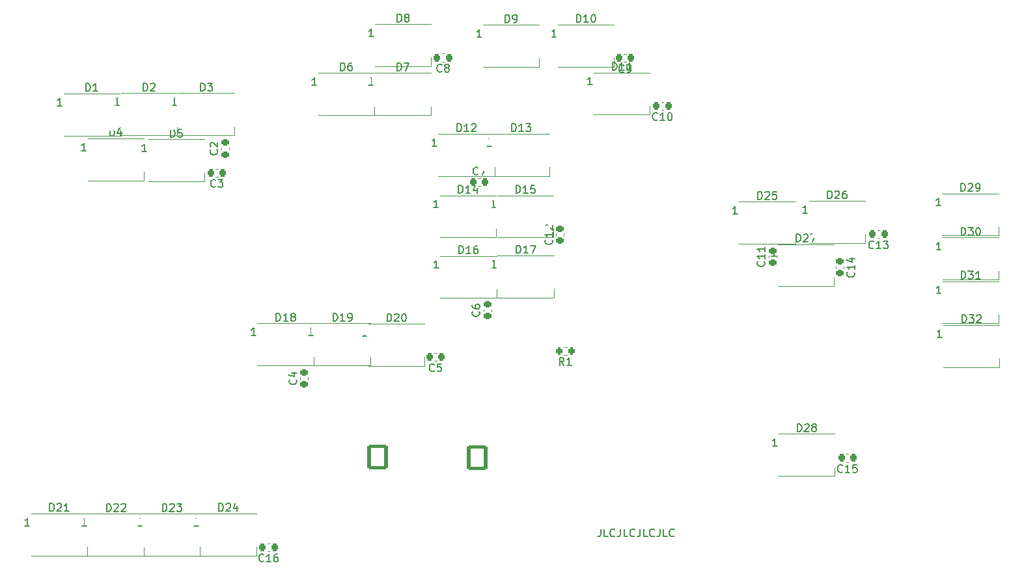
<source format=gbr>
%TF.GenerationSoftware,KiCad,Pcbnew,(6.0.9)*%
%TF.CreationDate,2023-01-06T21:02:48-09:00*%
%TF.ProjectId,FUEL PANEL,4655454c-2050-4414-9e45-4c2e6b696361,rev?*%
%TF.SameCoordinates,Original*%
%TF.FileFunction,Legend,Top*%
%TF.FilePolarity,Positive*%
%FSLAX46Y46*%
G04 Gerber Fmt 4.6, Leading zero omitted, Abs format (unit mm)*
G04 Created by KiCad (PCBNEW (6.0.9)) date 2023-01-06 21:02:48*
%MOMM*%
%LPD*%
G01*
G04 APERTURE LIST*
G04 Aperture macros list*
%AMRoundRect*
0 Rectangle with rounded corners*
0 $1 Rounding radius*
0 $2 $3 $4 $5 $6 $7 $8 $9 X,Y pos of 4 corners*
0 Add a 4 corners polygon primitive as box body*
4,1,4,$2,$3,$4,$5,$6,$7,$8,$9,$2,$3,0*
0 Add four circle primitives for the rounded corners*
1,1,$1+$1,$2,$3*
1,1,$1+$1,$4,$5*
1,1,$1+$1,$6,$7*
1,1,$1+$1,$8,$9*
0 Add four rect primitives between the rounded corners*
20,1,$1+$1,$2,$3,$4,$5,0*
20,1,$1+$1,$4,$5,$6,$7,0*
20,1,$1+$1,$6,$7,$8,$9,0*
20,1,$1+$1,$8,$9,$2,$3,0*%
G04 Aperture macros list end*
%ADD10C,0.150000*%
%ADD11C,0.120000*%
%ADD12R,1.500000X0.900000*%
%ADD13RoundRect,0.200000X0.200000X0.275000X-0.200000X0.275000X-0.200000X-0.275000X0.200000X-0.275000X0*%
%ADD14RoundRect,0.225000X0.250000X-0.225000X0.250000X0.225000X-0.250000X0.225000X-0.250000X-0.225000X0*%
%ADD15RoundRect,0.225000X0.225000X0.250000X-0.225000X0.250000X-0.225000X-0.250000X0.225000X-0.250000X0*%
%ADD16RoundRect,0.225000X-0.225000X-0.250000X0.225000X-0.250000X0.225000X0.250000X-0.225000X0.250000X0*%
%ADD17RoundRect,0.225000X-0.250000X0.225000X-0.250000X-0.225000X0.250000X-0.225000X0.250000X0.225000X0*%
%ADD18C,12.700000*%
%ADD19C,4.300000*%
%ADD20RoundRect,0.250001X-1.099999X-1.399999X1.099999X-1.399999X1.099999X1.399999X-1.099999X1.399999X0*%
%ADD21O,2.700000X3.300000*%
%ADD22R,1.800000X1.800000*%
%ADD23C,1.800000*%
G04 APERTURE END LIST*
D10*
X174870952Y-145012380D02*
X174870952Y-145726666D01*
X174823333Y-145869523D01*
X174728095Y-145964761D01*
X174585238Y-146012380D01*
X174490000Y-146012380D01*
X175823333Y-146012380D02*
X175347142Y-146012380D01*
X175347142Y-145012380D01*
X176728095Y-145917142D02*
X176680476Y-145964761D01*
X176537619Y-146012380D01*
X176442380Y-146012380D01*
X176299523Y-145964761D01*
X176204285Y-145869523D01*
X176156666Y-145774285D01*
X176109047Y-145583809D01*
X176109047Y-145440952D01*
X176156666Y-145250476D01*
X176204285Y-145155238D01*
X176299523Y-145060000D01*
X176442380Y-145012380D01*
X176537619Y-145012380D01*
X176680476Y-145060000D01*
X176728095Y-145107619D01*
X177442380Y-145012380D02*
X177442380Y-145726666D01*
X177394761Y-145869523D01*
X177299523Y-145964761D01*
X177156666Y-146012380D01*
X177061428Y-146012380D01*
X178394761Y-146012380D02*
X177918571Y-146012380D01*
X177918571Y-145012380D01*
X179299523Y-145917142D02*
X179251904Y-145964761D01*
X179109047Y-146012380D01*
X179013809Y-146012380D01*
X178870952Y-145964761D01*
X178775714Y-145869523D01*
X178728095Y-145774285D01*
X178680476Y-145583809D01*
X178680476Y-145440952D01*
X178728095Y-145250476D01*
X178775714Y-145155238D01*
X178870952Y-145060000D01*
X179013809Y-145012380D01*
X179109047Y-145012380D01*
X179251904Y-145060000D01*
X179299523Y-145107619D01*
X180013809Y-145012380D02*
X180013809Y-145726666D01*
X179966190Y-145869523D01*
X179870952Y-145964761D01*
X179728095Y-146012380D01*
X179632857Y-146012380D01*
X180966190Y-146012380D02*
X180490000Y-146012380D01*
X180490000Y-145012380D01*
X181870952Y-145917142D02*
X181823333Y-145964761D01*
X181680476Y-146012380D01*
X181585238Y-146012380D01*
X181442380Y-145964761D01*
X181347142Y-145869523D01*
X181299523Y-145774285D01*
X181251904Y-145583809D01*
X181251904Y-145440952D01*
X181299523Y-145250476D01*
X181347142Y-145155238D01*
X181442380Y-145060000D01*
X181585238Y-145012380D01*
X181680476Y-145012380D01*
X181823333Y-145060000D01*
X181870952Y-145107619D01*
X182585238Y-145012380D02*
X182585238Y-145726666D01*
X182537619Y-145869523D01*
X182442380Y-145964761D01*
X182299523Y-146012380D01*
X182204285Y-146012380D01*
X183537619Y-146012380D02*
X183061428Y-146012380D01*
X183061428Y-145012380D01*
X184442380Y-145917142D02*
X184394761Y-145964761D01*
X184251904Y-146012380D01*
X184156666Y-146012380D01*
X184013809Y-145964761D01*
X183918571Y-145869523D01*
X183870952Y-145774285D01*
X183823333Y-145583809D01*
X183823333Y-145440952D01*
X183870952Y-145250476D01*
X183918571Y-145155238D01*
X184013809Y-145060000D01*
X184156666Y-145012380D01*
X184251904Y-145012380D01*
X184394761Y-145060000D01*
X184442380Y-145107619D01*
%TO.C,D1*%
X107934904Y-87985980D02*
X107934904Y-86985980D01*
X108173000Y-86985980D01*
X108315857Y-87033600D01*
X108411095Y-87128838D01*
X108458714Y-87224076D01*
X108506333Y-87414552D01*
X108506333Y-87557409D01*
X108458714Y-87747885D01*
X108411095Y-87843123D01*
X108315857Y-87938361D01*
X108173000Y-87985980D01*
X107934904Y-87985980D01*
X109458714Y-87985980D02*
X108887285Y-87985980D01*
X109173000Y-87985980D02*
X109173000Y-86985980D01*
X109077761Y-87128838D01*
X108982523Y-87224076D01*
X108887285Y-87271695D01*
X104808714Y-89885980D02*
X104237285Y-89885980D01*
X104523000Y-89885980D02*
X104523000Y-88885980D01*
X104427761Y-89028838D01*
X104332523Y-89124076D01*
X104237285Y-89171695D01*
%TO.C,D2*%
X115401904Y-87960380D02*
X115401904Y-86960380D01*
X115640000Y-86960380D01*
X115782857Y-87008000D01*
X115878095Y-87103238D01*
X115925714Y-87198476D01*
X115973333Y-87388952D01*
X115973333Y-87531809D01*
X115925714Y-87722285D01*
X115878095Y-87817523D01*
X115782857Y-87912761D01*
X115640000Y-87960380D01*
X115401904Y-87960380D01*
X116354285Y-87055619D02*
X116401904Y-87008000D01*
X116497142Y-86960380D01*
X116735238Y-86960380D01*
X116830476Y-87008000D01*
X116878095Y-87055619D01*
X116925714Y-87150857D01*
X116925714Y-87246095D01*
X116878095Y-87388952D01*
X116306666Y-87960380D01*
X116925714Y-87960380D01*
X112275714Y-89860380D02*
X111704285Y-89860380D01*
X111990000Y-89860380D02*
X111990000Y-88860380D01*
X111894761Y-89003238D01*
X111799523Y-89098476D01*
X111704285Y-89146095D01*
%TO.C,D3*%
X122869904Y-87960780D02*
X122869904Y-86960780D01*
X123108000Y-86960780D01*
X123250857Y-87008400D01*
X123346095Y-87103638D01*
X123393714Y-87198876D01*
X123441333Y-87389352D01*
X123441333Y-87532209D01*
X123393714Y-87722685D01*
X123346095Y-87817923D01*
X123250857Y-87913161D01*
X123108000Y-87960780D01*
X122869904Y-87960780D01*
X123774666Y-86960780D02*
X124393714Y-86960780D01*
X124060380Y-87341733D01*
X124203238Y-87341733D01*
X124298476Y-87389352D01*
X124346095Y-87436971D01*
X124393714Y-87532209D01*
X124393714Y-87770304D01*
X124346095Y-87865542D01*
X124298476Y-87913161D01*
X124203238Y-87960780D01*
X123917523Y-87960780D01*
X123822285Y-87913161D01*
X123774666Y-87865542D01*
X119743714Y-89860780D02*
X119172285Y-89860780D01*
X119458000Y-89860780D02*
X119458000Y-88860780D01*
X119362761Y-89003638D01*
X119267523Y-89098876D01*
X119172285Y-89146495D01*
%TO.C,D4*%
X111083904Y-93853180D02*
X111083904Y-92853180D01*
X111322000Y-92853180D01*
X111464857Y-92900800D01*
X111560095Y-92996038D01*
X111607714Y-93091276D01*
X111655333Y-93281752D01*
X111655333Y-93424609D01*
X111607714Y-93615085D01*
X111560095Y-93710323D01*
X111464857Y-93805561D01*
X111322000Y-93853180D01*
X111083904Y-93853180D01*
X112512476Y-93186514D02*
X112512476Y-93853180D01*
X112274380Y-92805561D02*
X112036285Y-93519847D01*
X112655333Y-93519847D01*
X107957714Y-95753180D02*
X107386285Y-95753180D01*
X107672000Y-95753180D02*
X107672000Y-94753180D01*
X107576761Y-94896038D01*
X107481523Y-94991276D01*
X107386285Y-95038895D01*
%TO.C,D5*%
X118946904Y-93980380D02*
X118946904Y-92980380D01*
X119185000Y-92980380D01*
X119327857Y-93028000D01*
X119423095Y-93123238D01*
X119470714Y-93218476D01*
X119518333Y-93408952D01*
X119518333Y-93551809D01*
X119470714Y-93742285D01*
X119423095Y-93837523D01*
X119327857Y-93932761D01*
X119185000Y-93980380D01*
X118946904Y-93980380D01*
X120423095Y-92980380D02*
X119946904Y-92980380D01*
X119899285Y-93456571D01*
X119946904Y-93408952D01*
X120042142Y-93361333D01*
X120280238Y-93361333D01*
X120375476Y-93408952D01*
X120423095Y-93456571D01*
X120470714Y-93551809D01*
X120470714Y-93789904D01*
X120423095Y-93885142D01*
X120375476Y-93932761D01*
X120280238Y-93980380D01*
X120042142Y-93980380D01*
X119946904Y-93932761D01*
X119899285Y-93885142D01*
X115820714Y-95880380D02*
X115249285Y-95880380D01*
X115535000Y-95880380D02*
X115535000Y-94880380D01*
X115439761Y-95023238D01*
X115344523Y-95118476D01*
X115249285Y-95166095D01*
%TO.C,D6*%
X141055904Y-85319180D02*
X141055904Y-84319180D01*
X141294000Y-84319180D01*
X141436857Y-84366800D01*
X141532095Y-84462038D01*
X141579714Y-84557276D01*
X141627333Y-84747752D01*
X141627333Y-84890609D01*
X141579714Y-85081085D01*
X141532095Y-85176323D01*
X141436857Y-85271561D01*
X141294000Y-85319180D01*
X141055904Y-85319180D01*
X142484476Y-84319180D02*
X142294000Y-84319180D01*
X142198761Y-84366800D01*
X142151142Y-84414419D01*
X142055904Y-84557276D01*
X142008285Y-84747752D01*
X142008285Y-85128704D01*
X142055904Y-85223942D01*
X142103523Y-85271561D01*
X142198761Y-85319180D01*
X142389238Y-85319180D01*
X142484476Y-85271561D01*
X142532095Y-85223942D01*
X142579714Y-85128704D01*
X142579714Y-84890609D01*
X142532095Y-84795371D01*
X142484476Y-84747752D01*
X142389238Y-84700133D01*
X142198761Y-84700133D01*
X142103523Y-84747752D01*
X142055904Y-84795371D01*
X142008285Y-84890609D01*
X137929714Y-87219180D02*
X137358285Y-87219180D01*
X137644000Y-87219180D02*
X137644000Y-86219180D01*
X137548761Y-86362038D01*
X137453523Y-86457276D01*
X137358285Y-86504895D01*
%TO.C,D7*%
X148398904Y-85319180D02*
X148398904Y-84319180D01*
X148637000Y-84319180D01*
X148779857Y-84366800D01*
X148875095Y-84462038D01*
X148922714Y-84557276D01*
X148970333Y-84747752D01*
X148970333Y-84890609D01*
X148922714Y-85081085D01*
X148875095Y-85176323D01*
X148779857Y-85271561D01*
X148637000Y-85319180D01*
X148398904Y-85319180D01*
X149303666Y-84319180D02*
X149970333Y-84319180D01*
X149541761Y-85319180D01*
X145272714Y-87219180D02*
X144701285Y-87219180D01*
X144987000Y-87219180D02*
X144987000Y-86219180D01*
X144891761Y-86362038D01*
X144796523Y-86457276D01*
X144701285Y-86504895D01*
%TO.C,D8*%
X148449904Y-78968780D02*
X148449904Y-77968780D01*
X148688000Y-77968780D01*
X148830857Y-78016400D01*
X148926095Y-78111638D01*
X148973714Y-78206876D01*
X149021333Y-78397352D01*
X149021333Y-78540209D01*
X148973714Y-78730685D01*
X148926095Y-78825923D01*
X148830857Y-78921161D01*
X148688000Y-78968780D01*
X148449904Y-78968780D01*
X149592761Y-78397352D02*
X149497523Y-78349733D01*
X149449904Y-78302114D01*
X149402285Y-78206876D01*
X149402285Y-78159257D01*
X149449904Y-78064019D01*
X149497523Y-78016400D01*
X149592761Y-77968780D01*
X149783238Y-77968780D01*
X149878476Y-78016400D01*
X149926095Y-78064019D01*
X149973714Y-78159257D01*
X149973714Y-78206876D01*
X149926095Y-78302114D01*
X149878476Y-78349733D01*
X149783238Y-78397352D01*
X149592761Y-78397352D01*
X149497523Y-78444971D01*
X149449904Y-78492590D01*
X149402285Y-78587828D01*
X149402285Y-78778304D01*
X149449904Y-78873542D01*
X149497523Y-78921161D01*
X149592761Y-78968780D01*
X149783238Y-78968780D01*
X149878476Y-78921161D01*
X149926095Y-78873542D01*
X149973714Y-78778304D01*
X149973714Y-78587828D01*
X149926095Y-78492590D01*
X149878476Y-78444971D01*
X149783238Y-78397352D01*
X145323714Y-80868780D02*
X144752285Y-80868780D01*
X145038000Y-80868780D02*
X145038000Y-79868780D01*
X144942761Y-80011638D01*
X144847523Y-80106876D01*
X144752285Y-80154495D01*
%TO.C,D9*%
X162481904Y-79045180D02*
X162481904Y-78045180D01*
X162720000Y-78045180D01*
X162862857Y-78092800D01*
X162958095Y-78188038D01*
X163005714Y-78283276D01*
X163053333Y-78473752D01*
X163053333Y-78616609D01*
X163005714Y-78807085D01*
X162958095Y-78902323D01*
X162862857Y-78997561D01*
X162720000Y-79045180D01*
X162481904Y-79045180D01*
X163529523Y-79045180D02*
X163720000Y-79045180D01*
X163815238Y-78997561D01*
X163862857Y-78949942D01*
X163958095Y-78807085D01*
X164005714Y-78616609D01*
X164005714Y-78235657D01*
X163958095Y-78140419D01*
X163910476Y-78092800D01*
X163815238Y-78045180D01*
X163624761Y-78045180D01*
X163529523Y-78092800D01*
X163481904Y-78140419D01*
X163434285Y-78235657D01*
X163434285Y-78473752D01*
X163481904Y-78568990D01*
X163529523Y-78616609D01*
X163624761Y-78664228D01*
X163815238Y-78664228D01*
X163910476Y-78616609D01*
X163958095Y-78568990D01*
X164005714Y-78473752D01*
X159355714Y-80945180D02*
X158784285Y-80945180D01*
X159070000Y-80945180D02*
X159070000Y-79945180D01*
X158974761Y-80088038D01*
X158879523Y-80183276D01*
X158784285Y-80230895D01*
%TO.C,D10*%
X171747714Y-79019580D02*
X171747714Y-78019580D01*
X171985809Y-78019580D01*
X172128666Y-78067200D01*
X172223904Y-78162438D01*
X172271523Y-78257676D01*
X172319142Y-78448152D01*
X172319142Y-78591009D01*
X172271523Y-78781485D01*
X172223904Y-78876723D01*
X172128666Y-78971961D01*
X171985809Y-79019580D01*
X171747714Y-79019580D01*
X173271523Y-79019580D02*
X172700095Y-79019580D01*
X172985809Y-79019580D02*
X172985809Y-78019580D01*
X172890571Y-78162438D01*
X172795333Y-78257676D01*
X172700095Y-78305295D01*
X173890571Y-78019580D02*
X173985809Y-78019580D01*
X174081047Y-78067200D01*
X174128666Y-78114819D01*
X174176285Y-78210057D01*
X174223904Y-78400533D01*
X174223904Y-78638628D01*
X174176285Y-78829104D01*
X174128666Y-78924342D01*
X174081047Y-78971961D01*
X173985809Y-79019580D01*
X173890571Y-79019580D01*
X173795333Y-78971961D01*
X173747714Y-78924342D01*
X173700095Y-78829104D01*
X173652476Y-78638628D01*
X173652476Y-78400533D01*
X173700095Y-78210057D01*
X173747714Y-78114819D01*
X173795333Y-78067200D01*
X173890571Y-78019580D01*
X169097714Y-80919580D02*
X168526285Y-80919580D01*
X168812000Y-80919580D02*
X168812000Y-79919580D01*
X168716761Y-80062438D01*
X168621523Y-80157676D01*
X168526285Y-80205295D01*
%TO.C,D11*%
X176421714Y-85267980D02*
X176421714Y-84267980D01*
X176659809Y-84267980D01*
X176802666Y-84315600D01*
X176897904Y-84410838D01*
X176945523Y-84506076D01*
X176993142Y-84696552D01*
X176993142Y-84839409D01*
X176945523Y-85029885D01*
X176897904Y-85125123D01*
X176802666Y-85220361D01*
X176659809Y-85267980D01*
X176421714Y-85267980D01*
X177945523Y-85267980D02*
X177374095Y-85267980D01*
X177659809Y-85267980D02*
X177659809Y-84267980D01*
X177564571Y-84410838D01*
X177469333Y-84506076D01*
X177374095Y-84553695D01*
X178897904Y-85267980D02*
X178326476Y-85267980D01*
X178612190Y-85267980D02*
X178612190Y-84267980D01*
X178516952Y-84410838D01*
X178421714Y-84506076D01*
X178326476Y-84553695D01*
X173771714Y-87167980D02*
X173200285Y-87167980D01*
X173486000Y-87167980D02*
X173486000Y-86167980D01*
X173390761Y-86310838D01*
X173295523Y-86406076D01*
X173200285Y-86453695D01*
%TO.C,D12*%
X156203714Y-93243580D02*
X156203714Y-92243580D01*
X156441809Y-92243580D01*
X156584666Y-92291200D01*
X156679904Y-92386438D01*
X156727523Y-92481676D01*
X156775142Y-92672152D01*
X156775142Y-92815009D01*
X156727523Y-93005485D01*
X156679904Y-93100723D01*
X156584666Y-93195961D01*
X156441809Y-93243580D01*
X156203714Y-93243580D01*
X157727523Y-93243580D02*
X157156095Y-93243580D01*
X157441809Y-93243580D02*
X157441809Y-92243580D01*
X157346571Y-92386438D01*
X157251333Y-92481676D01*
X157156095Y-92529295D01*
X158108476Y-92338819D02*
X158156095Y-92291200D01*
X158251333Y-92243580D01*
X158489428Y-92243580D01*
X158584666Y-92291200D01*
X158632285Y-92338819D01*
X158679904Y-92434057D01*
X158679904Y-92529295D01*
X158632285Y-92672152D01*
X158060857Y-93243580D01*
X158679904Y-93243580D01*
X153553714Y-95143580D02*
X152982285Y-95143580D01*
X153268000Y-95143580D02*
X153268000Y-94143580D01*
X153172761Y-94286438D01*
X153077523Y-94381676D01*
X152982285Y-94429295D01*
%TO.C,D13*%
X163315714Y-93243580D02*
X163315714Y-92243580D01*
X163553809Y-92243580D01*
X163696666Y-92291200D01*
X163791904Y-92386438D01*
X163839523Y-92481676D01*
X163887142Y-92672152D01*
X163887142Y-92815009D01*
X163839523Y-93005485D01*
X163791904Y-93100723D01*
X163696666Y-93195961D01*
X163553809Y-93243580D01*
X163315714Y-93243580D01*
X164839523Y-93243580D02*
X164268095Y-93243580D01*
X164553809Y-93243580D02*
X164553809Y-92243580D01*
X164458571Y-92386438D01*
X164363333Y-92481676D01*
X164268095Y-92529295D01*
X165172857Y-92243580D02*
X165791904Y-92243580D01*
X165458571Y-92624533D01*
X165601428Y-92624533D01*
X165696666Y-92672152D01*
X165744285Y-92719771D01*
X165791904Y-92815009D01*
X165791904Y-93053104D01*
X165744285Y-93148342D01*
X165696666Y-93195961D01*
X165601428Y-93243580D01*
X165315714Y-93243580D01*
X165220476Y-93195961D01*
X165172857Y-93148342D01*
X160665714Y-95143580D02*
X160094285Y-95143580D01*
X160380000Y-95143580D02*
X160380000Y-94143580D01*
X160284761Y-94286438D01*
X160189523Y-94381676D01*
X160094285Y-94429295D01*
%TO.C,D14*%
X156406714Y-101270380D02*
X156406714Y-100270380D01*
X156644809Y-100270380D01*
X156787666Y-100318000D01*
X156882904Y-100413238D01*
X156930523Y-100508476D01*
X156978142Y-100698952D01*
X156978142Y-100841809D01*
X156930523Y-101032285D01*
X156882904Y-101127523D01*
X156787666Y-101222761D01*
X156644809Y-101270380D01*
X156406714Y-101270380D01*
X157930523Y-101270380D02*
X157359095Y-101270380D01*
X157644809Y-101270380D02*
X157644809Y-100270380D01*
X157549571Y-100413238D01*
X157454333Y-100508476D01*
X157359095Y-100556095D01*
X158787666Y-100603714D02*
X158787666Y-101270380D01*
X158549571Y-100222761D02*
X158311476Y-100937047D01*
X158930523Y-100937047D01*
X153756714Y-103170380D02*
X153185285Y-103170380D01*
X153471000Y-103170380D02*
X153471000Y-102170380D01*
X153375761Y-102313238D01*
X153280523Y-102408476D01*
X153185285Y-102456095D01*
%TO.C,D15*%
X163873714Y-101270380D02*
X163873714Y-100270380D01*
X164111809Y-100270380D01*
X164254666Y-100318000D01*
X164349904Y-100413238D01*
X164397523Y-100508476D01*
X164445142Y-100698952D01*
X164445142Y-100841809D01*
X164397523Y-101032285D01*
X164349904Y-101127523D01*
X164254666Y-101222761D01*
X164111809Y-101270380D01*
X163873714Y-101270380D01*
X165397523Y-101270380D02*
X164826095Y-101270380D01*
X165111809Y-101270380D02*
X165111809Y-100270380D01*
X165016571Y-100413238D01*
X164921333Y-100508476D01*
X164826095Y-100556095D01*
X166302285Y-100270380D02*
X165826095Y-100270380D01*
X165778476Y-100746571D01*
X165826095Y-100698952D01*
X165921333Y-100651333D01*
X166159428Y-100651333D01*
X166254666Y-100698952D01*
X166302285Y-100746571D01*
X166349904Y-100841809D01*
X166349904Y-101079904D01*
X166302285Y-101175142D01*
X166254666Y-101222761D01*
X166159428Y-101270380D01*
X165921333Y-101270380D01*
X165826095Y-101222761D01*
X165778476Y-101175142D01*
X161223714Y-103170380D02*
X160652285Y-103170380D01*
X160938000Y-103170380D02*
X160938000Y-102170380D01*
X160842761Y-102313238D01*
X160747523Y-102408476D01*
X160652285Y-102456095D01*
%TO.C,D16*%
X156457714Y-109144380D02*
X156457714Y-108144380D01*
X156695809Y-108144380D01*
X156838666Y-108192000D01*
X156933904Y-108287238D01*
X156981523Y-108382476D01*
X157029142Y-108572952D01*
X157029142Y-108715809D01*
X156981523Y-108906285D01*
X156933904Y-109001523D01*
X156838666Y-109096761D01*
X156695809Y-109144380D01*
X156457714Y-109144380D01*
X157981523Y-109144380D02*
X157410095Y-109144380D01*
X157695809Y-109144380D02*
X157695809Y-108144380D01*
X157600571Y-108287238D01*
X157505333Y-108382476D01*
X157410095Y-108430095D01*
X158838666Y-108144380D02*
X158648190Y-108144380D01*
X158552952Y-108192000D01*
X158505333Y-108239619D01*
X158410095Y-108382476D01*
X158362476Y-108572952D01*
X158362476Y-108953904D01*
X158410095Y-109049142D01*
X158457714Y-109096761D01*
X158552952Y-109144380D01*
X158743428Y-109144380D01*
X158838666Y-109096761D01*
X158886285Y-109049142D01*
X158933904Y-108953904D01*
X158933904Y-108715809D01*
X158886285Y-108620571D01*
X158838666Y-108572952D01*
X158743428Y-108525333D01*
X158552952Y-108525333D01*
X158457714Y-108572952D01*
X158410095Y-108620571D01*
X158362476Y-108715809D01*
X153807714Y-111044380D02*
X153236285Y-111044380D01*
X153522000Y-111044380D02*
X153522000Y-110044380D01*
X153426761Y-110187238D01*
X153331523Y-110282476D01*
X153236285Y-110330095D01*
%TO.C,D17*%
X163924714Y-109093380D02*
X163924714Y-108093380D01*
X164162809Y-108093380D01*
X164305666Y-108141000D01*
X164400904Y-108236238D01*
X164448523Y-108331476D01*
X164496142Y-108521952D01*
X164496142Y-108664809D01*
X164448523Y-108855285D01*
X164400904Y-108950523D01*
X164305666Y-109045761D01*
X164162809Y-109093380D01*
X163924714Y-109093380D01*
X165448523Y-109093380D02*
X164877095Y-109093380D01*
X165162809Y-109093380D02*
X165162809Y-108093380D01*
X165067571Y-108236238D01*
X164972333Y-108331476D01*
X164877095Y-108379095D01*
X165781857Y-108093380D02*
X166448523Y-108093380D01*
X166019952Y-109093380D01*
X161274714Y-110993380D02*
X160703285Y-110993380D01*
X160989000Y-110993380D02*
X160989000Y-109993380D01*
X160893761Y-110136238D01*
X160798523Y-110231476D01*
X160703285Y-110279095D01*
%TO.C,D18*%
X132682714Y-117932380D02*
X132682714Y-116932380D01*
X132920809Y-116932380D01*
X133063666Y-116980000D01*
X133158904Y-117075238D01*
X133206523Y-117170476D01*
X133254142Y-117360952D01*
X133254142Y-117503809D01*
X133206523Y-117694285D01*
X133158904Y-117789523D01*
X133063666Y-117884761D01*
X132920809Y-117932380D01*
X132682714Y-117932380D01*
X134206523Y-117932380D02*
X133635095Y-117932380D01*
X133920809Y-117932380D02*
X133920809Y-116932380D01*
X133825571Y-117075238D01*
X133730333Y-117170476D01*
X133635095Y-117218095D01*
X134777952Y-117360952D02*
X134682714Y-117313333D01*
X134635095Y-117265714D01*
X134587476Y-117170476D01*
X134587476Y-117122857D01*
X134635095Y-117027619D01*
X134682714Y-116980000D01*
X134777952Y-116932380D01*
X134968428Y-116932380D01*
X135063666Y-116980000D01*
X135111285Y-117027619D01*
X135158904Y-117122857D01*
X135158904Y-117170476D01*
X135111285Y-117265714D01*
X135063666Y-117313333D01*
X134968428Y-117360952D01*
X134777952Y-117360952D01*
X134682714Y-117408571D01*
X134635095Y-117456190D01*
X134587476Y-117551428D01*
X134587476Y-117741904D01*
X134635095Y-117837142D01*
X134682714Y-117884761D01*
X134777952Y-117932380D01*
X134968428Y-117932380D01*
X135063666Y-117884761D01*
X135111285Y-117837142D01*
X135158904Y-117741904D01*
X135158904Y-117551428D01*
X135111285Y-117456190D01*
X135063666Y-117408571D01*
X134968428Y-117360952D01*
X130032714Y-119832380D02*
X129461285Y-119832380D01*
X129747000Y-119832380D02*
X129747000Y-118832380D01*
X129651761Y-118975238D01*
X129556523Y-119070476D01*
X129461285Y-119118095D01*
%TO.C,D19*%
X140099714Y-117932380D02*
X140099714Y-116932380D01*
X140337809Y-116932380D01*
X140480666Y-116980000D01*
X140575904Y-117075238D01*
X140623523Y-117170476D01*
X140671142Y-117360952D01*
X140671142Y-117503809D01*
X140623523Y-117694285D01*
X140575904Y-117789523D01*
X140480666Y-117884761D01*
X140337809Y-117932380D01*
X140099714Y-117932380D01*
X141623523Y-117932380D02*
X141052095Y-117932380D01*
X141337809Y-117932380D02*
X141337809Y-116932380D01*
X141242571Y-117075238D01*
X141147333Y-117170476D01*
X141052095Y-117218095D01*
X142099714Y-117932380D02*
X142290190Y-117932380D01*
X142385428Y-117884761D01*
X142433047Y-117837142D01*
X142528285Y-117694285D01*
X142575904Y-117503809D01*
X142575904Y-117122857D01*
X142528285Y-117027619D01*
X142480666Y-116980000D01*
X142385428Y-116932380D01*
X142194952Y-116932380D01*
X142099714Y-116980000D01*
X142052095Y-117027619D01*
X142004476Y-117122857D01*
X142004476Y-117360952D01*
X142052095Y-117456190D01*
X142099714Y-117503809D01*
X142194952Y-117551428D01*
X142385428Y-117551428D01*
X142480666Y-117503809D01*
X142528285Y-117456190D01*
X142575904Y-117360952D01*
X137449714Y-119832380D02*
X136878285Y-119832380D01*
X137164000Y-119832380D02*
X137164000Y-118832380D01*
X137068761Y-118975238D01*
X136973523Y-119070476D01*
X136878285Y-119118095D01*
%TO.C,D20*%
X147109714Y-117983380D02*
X147109714Y-116983380D01*
X147347809Y-116983380D01*
X147490666Y-117031000D01*
X147585904Y-117126238D01*
X147633523Y-117221476D01*
X147681142Y-117411952D01*
X147681142Y-117554809D01*
X147633523Y-117745285D01*
X147585904Y-117840523D01*
X147490666Y-117935761D01*
X147347809Y-117983380D01*
X147109714Y-117983380D01*
X148062095Y-117078619D02*
X148109714Y-117031000D01*
X148204952Y-116983380D01*
X148443047Y-116983380D01*
X148538285Y-117031000D01*
X148585904Y-117078619D01*
X148633523Y-117173857D01*
X148633523Y-117269095D01*
X148585904Y-117411952D01*
X148014476Y-117983380D01*
X148633523Y-117983380D01*
X149252571Y-116983380D02*
X149347809Y-116983380D01*
X149443047Y-117031000D01*
X149490666Y-117078619D01*
X149538285Y-117173857D01*
X149585904Y-117364333D01*
X149585904Y-117602428D01*
X149538285Y-117792904D01*
X149490666Y-117888142D01*
X149443047Y-117935761D01*
X149347809Y-117983380D01*
X149252571Y-117983380D01*
X149157333Y-117935761D01*
X149109714Y-117888142D01*
X149062095Y-117792904D01*
X149014476Y-117602428D01*
X149014476Y-117364333D01*
X149062095Y-117173857D01*
X149109714Y-117078619D01*
X149157333Y-117031000D01*
X149252571Y-116983380D01*
X144459714Y-119883380D02*
X143888285Y-119883380D01*
X144174000Y-119883380D02*
X144174000Y-118883380D01*
X144078761Y-119026238D01*
X143983523Y-119121476D01*
X143888285Y-119169095D01*
%TO.C,D21*%
X103230714Y-142697380D02*
X103230714Y-141697380D01*
X103468809Y-141697380D01*
X103611666Y-141745000D01*
X103706904Y-141840238D01*
X103754523Y-141935476D01*
X103802142Y-142125952D01*
X103802142Y-142268809D01*
X103754523Y-142459285D01*
X103706904Y-142554523D01*
X103611666Y-142649761D01*
X103468809Y-142697380D01*
X103230714Y-142697380D01*
X104183095Y-141792619D02*
X104230714Y-141745000D01*
X104325952Y-141697380D01*
X104564047Y-141697380D01*
X104659285Y-141745000D01*
X104706904Y-141792619D01*
X104754523Y-141887857D01*
X104754523Y-141983095D01*
X104706904Y-142125952D01*
X104135476Y-142697380D01*
X104754523Y-142697380D01*
X105706904Y-142697380D02*
X105135476Y-142697380D01*
X105421190Y-142697380D02*
X105421190Y-141697380D01*
X105325952Y-141840238D01*
X105230714Y-141935476D01*
X105135476Y-141983095D01*
X100580714Y-144597380D02*
X100009285Y-144597380D01*
X100295000Y-144597380D02*
X100295000Y-143597380D01*
X100199761Y-143740238D01*
X100104523Y-143835476D01*
X100009285Y-143883095D01*
%TO.C,D22*%
X110635714Y-142723380D02*
X110635714Y-141723380D01*
X110873809Y-141723380D01*
X111016666Y-141771000D01*
X111111904Y-141866238D01*
X111159523Y-141961476D01*
X111207142Y-142151952D01*
X111207142Y-142294809D01*
X111159523Y-142485285D01*
X111111904Y-142580523D01*
X111016666Y-142675761D01*
X110873809Y-142723380D01*
X110635714Y-142723380D01*
X111588095Y-141818619D02*
X111635714Y-141771000D01*
X111730952Y-141723380D01*
X111969047Y-141723380D01*
X112064285Y-141771000D01*
X112111904Y-141818619D01*
X112159523Y-141913857D01*
X112159523Y-142009095D01*
X112111904Y-142151952D01*
X111540476Y-142723380D01*
X112159523Y-142723380D01*
X112540476Y-141818619D02*
X112588095Y-141771000D01*
X112683333Y-141723380D01*
X112921428Y-141723380D01*
X113016666Y-141771000D01*
X113064285Y-141818619D01*
X113111904Y-141913857D01*
X113111904Y-142009095D01*
X113064285Y-142151952D01*
X112492857Y-142723380D01*
X113111904Y-142723380D01*
X107985714Y-144623380D02*
X107414285Y-144623380D01*
X107700000Y-144623380D02*
X107700000Y-143623380D01*
X107604761Y-143766238D01*
X107509523Y-143861476D01*
X107414285Y-143909095D01*
%TO.C,D23*%
X117899714Y-142722380D02*
X117899714Y-141722380D01*
X118137809Y-141722380D01*
X118280666Y-141770000D01*
X118375904Y-141865238D01*
X118423523Y-141960476D01*
X118471142Y-142150952D01*
X118471142Y-142293809D01*
X118423523Y-142484285D01*
X118375904Y-142579523D01*
X118280666Y-142674761D01*
X118137809Y-142722380D01*
X117899714Y-142722380D01*
X118852095Y-141817619D02*
X118899714Y-141770000D01*
X118994952Y-141722380D01*
X119233047Y-141722380D01*
X119328285Y-141770000D01*
X119375904Y-141817619D01*
X119423523Y-141912857D01*
X119423523Y-142008095D01*
X119375904Y-142150952D01*
X118804476Y-142722380D01*
X119423523Y-142722380D01*
X119756857Y-141722380D02*
X120375904Y-141722380D01*
X120042571Y-142103333D01*
X120185428Y-142103333D01*
X120280666Y-142150952D01*
X120328285Y-142198571D01*
X120375904Y-142293809D01*
X120375904Y-142531904D01*
X120328285Y-142627142D01*
X120280666Y-142674761D01*
X120185428Y-142722380D01*
X119899714Y-142722380D01*
X119804476Y-142674761D01*
X119756857Y-142627142D01*
X115249714Y-144622380D02*
X114678285Y-144622380D01*
X114964000Y-144622380D02*
X114964000Y-143622380D01*
X114868761Y-143765238D01*
X114773523Y-143860476D01*
X114678285Y-143908095D01*
%TO.C,D24*%
X125215714Y-142697380D02*
X125215714Y-141697380D01*
X125453809Y-141697380D01*
X125596666Y-141745000D01*
X125691904Y-141840238D01*
X125739523Y-141935476D01*
X125787142Y-142125952D01*
X125787142Y-142268809D01*
X125739523Y-142459285D01*
X125691904Y-142554523D01*
X125596666Y-142649761D01*
X125453809Y-142697380D01*
X125215714Y-142697380D01*
X126168095Y-141792619D02*
X126215714Y-141745000D01*
X126310952Y-141697380D01*
X126549047Y-141697380D01*
X126644285Y-141745000D01*
X126691904Y-141792619D01*
X126739523Y-141887857D01*
X126739523Y-141983095D01*
X126691904Y-142125952D01*
X126120476Y-142697380D01*
X126739523Y-142697380D01*
X127596666Y-142030714D02*
X127596666Y-142697380D01*
X127358571Y-141649761D02*
X127120476Y-142364047D01*
X127739523Y-142364047D01*
X122565714Y-144597380D02*
X121994285Y-144597380D01*
X122280000Y-144597380D02*
X122280000Y-143597380D01*
X122184761Y-143740238D01*
X122089523Y-143835476D01*
X121994285Y-143883095D01*
%TO.C,D25*%
X195319714Y-102083380D02*
X195319714Y-101083380D01*
X195557809Y-101083380D01*
X195700666Y-101131000D01*
X195795904Y-101226238D01*
X195843523Y-101321476D01*
X195891142Y-101511952D01*
X195891142Y-101654809D01*
X195843523Y-101845285D01*
X195795904Y-101940523D01*
X195700666Y-102035761D01*
X195557809Y-102083380D01*
X195319714Y-102083380D01*
X196272095Y-101178619D02*
X196319714Y-101131000D01*
X196414952Y-101083380D01*
X196653047Y-101083380D01*
X196748285Y-101131000D01*
X196795904Y-101178619D01*
X196843523Y-101273857D01*
X196843523Y-101369095D01*
X196795904Y-101511952D01*
X196224476Y-102083380D01*
X196843523Y-102083380D01*
X197748285Y-101083380D02*
X197272095Y-101083380D01*
X197224476Y-101559571D01*
X197272095Y-101511952D01*
X197367333Y-101464333D01*
X197605428Y-101464333D01*
X197700666Y-101511952D01*
X197748285Y-101559571D01*
X197795904Y-101654809D01*
X197795904Y-101892904D01*
X197748285Y-101988142D01*
X197700666Y-102035761D01*
X197605428Y-102083380D01*
X197367333Y-102083380D01*
X197272095Y-102035761D01*
X197224476Y-101988142D01*
X192669714Y-103983380D02*
X192098285Y-103983380D01*
X192384000Y-103983380D02*
X192384000Y-102983380D01*
X192288761Y-103126238D01*
X192193523Y-103221476D01*
X192098285Y-103269095D01*
%TO.C,D26*%
X204412714Y-101981380D02*
X204412714Y-100981380D01*
X204650809Y-100981380D01*
X204793666Y-101029000D01*
X204888904Y-101124238D01*
X204936523Y-101219476D01*
X204984142Y-101409952D01*
X204984142Y-101552809D01*
X204936523Y-101743285D01*
X204888904Y-101838523D01*
X204793666Y-101933761D01*
X204650809Y-101981380D01*
X204412714Y-101981380D01*
X205365095Y-101076619D02*
X205412714Y-101029000D01*
X205507952Y-100981380D01*
X205746047Y-100981380D01*
X205841285Y-101029000D01*
X205888904Y-101076619D01*
X205936523Y-101171857D01*
X205936523Y-101267095D01*
X205888904Y-101409952D01*
X205317476Y-101981380D01*
X205936523Y-101981380D01*
X206793666Y-100981380D02*
X206603190Y-100981380D01*
X206507952Y-101029000D01*
X206460333Y-101076619D01*
X206365095Y-101219476D01*
X206317476Y-101409952D01*
X206317476Y-101790904D01*
X206365095Y-101886142D01*
X206412714Y-101933761D01*
X206507952Y-101981380D01*
X206698428Y-101981380D01*
X206793666Y-101933761D01*
X206841285Y-101886142D01*
X206888904Y-101790904D01*
X206888904Y-101552809D01*
X206841285Y-101457571D01*
X206793666Y-101409952D01*
X206698428Y-101362333D01*
X206507952Y-101362333D01*
X206412714Y-101409952D01*
X206365095Y-101457571D01*
X206317476Y-101552809D01*
X201762714Y-103881380D02*
X201191285Y-103881380D01*
X201477000Y-103881380D02*
X201477000Y-102881380D01*
X201381761Y-103024238D01*
X201286523Y-103119476D01*
X201191285Y-103167095D01*
%TO.C,D27*%
X200348714Y-107620380D02*
X200348714Y-106620380D01*
X200586809Y-106620380D01*
X200729666Y-106668000D01*
X200824904Y-106763238D01*
X200872523Y-106858476D01*
X200920142Y-107048952D01*
X200920142Y-107191809D01*
X200872523Y-107382285D01*
X200824904Y-107477523D01*
X200729666Y-107572761D01*
X200586809Y-107620380D01*
X200348714Y-107620380D01*
X201301095Y-106715619D02*
X201348714Y-106668000D01*
X201443952Y-106620380D01*
X201682047Y-106620380D01*
X201777285Y-106668000D01*
X201824904Y-106715619D01*
X201872523Y-106810857D01*
X201872523Y-106906095D01*
X201824904Y-107048952D01*
X201253476Y-107620380D01*
X201872523Y-107620380D01*
X202205857Y-106620380D02*
X202872523Y-106620380D01*
X202443952Y-107620380D01*
X197698714Y-109520380D02*
X197127285Y-109520380D01*
X197413000Y-109520380D02*
X197413000Y-108520380D01*
X197317761Y-108663238D01*
X197222523Y-108758476D01*
X197127285Y-108806095D01*
%TO.C,D28*%
X200461714Y-132334380D02*
X200461714Y-131334380D01*
X200699809Y-131334380D01*
X200842666Y-131382000D01*
X200937904Y-131477238D01*
X200985523Y-131572476D01*
X201033142Y-131762952D01*
X201033142Y-131905809D01*
X200985523Y-132096285D01*
X200937904Y-132191523D01*
X200842666Y-132286761D01*
X200699809Y-132334380D01*
X200461714Y-132334380D01*
X201414095Y-131429619D02*
X201461714Y-131382000D01*
X201556952Y-131334380D01*
X201795047Y-131334380D01*
X201890285Y-131382000D01*
X201937904Y-131429619D01*
X201985523Y-131524857D01*
X201985523Y-131620095D01*
X201937904Y-131762952D01*
X201366476Y-132334380D01*
X201985523Y-132334380D01*
X202556952Y-131762952D02*
X202461714Y-131715333D01*
X202414095Y-131667714D01*
X202366476Y-131572476D01*
X202366476Y-131524857D01*
X202414095Y-131429619D01*
X202461714Y-131382000D01*
X202556952Y-131334380D01*
X202747428Y-131334380D01*
X202842666Y-131382000D01*
X202890285Y-131429619D01*
X202937904Y-131524857D01*
X202937904Y-131572476D01*
X202890285Y-131667714D01*
X202842666Y-131715333D01*
X202747428Y-131762952D01*
X202556952Y-131762952D01*
X202461714Y-131810571D01*
X202414095Y-131858190D01*
X202366476Y-131953428D01*
X202366476Y-132143904D01*
X202414095Y-132239142D01*
X202461714Y-132286761D01*
X202556952Y-132334380D01*
X202747428Y-132334380D01*
X202842666Y-132286761D01*
X202890285Y-132239142D01*
X202937904Y-132143904D01*
X202937904Y-131953428D01*
X202890285Y-131858190D01*
X202842666Y-131810571D01*
X202747428Y-131762952D01*
X197811714Y-134234380D02*
X197240285Y-134234380D01*
X197526000Y-134234380D02*
X197526000Y-133234380D01*
X197430761Y-133377238D01*
X197335523Y-133472476D01*
X197240285Y-133520095D01*
%TO.C,D29*%
X221746714Y-101016380D02*
X221746714Y-100016380D01*
X221984809Y-100016380D01*
X222127666Y-100064000D01*
X222222904Y-100159238D01*
X222270523Y-100254476D01*
X222318142Y-100444952D01*
X222318142Y-100587809D01*
X222270523Y-100778285D01*
X222222904Y-100873523D01*
X222127666Y-100968761D01*
X221984809Y-101016380D01*
X221746714Y-101016380D01*
X222699095Y-100111619D02*
X222746714Y-100064000D01*
X222841952Y-100016380D01*
X223080047Y-100016380D01*
X223175285Y-100064000D01*
X223222904Y-100111619D01*
X223270523Y-100206857D01*
X223270523Y-100302095D01*
X223222904Y-100444952D01*
X222651476Y-101016380D01*
X223270523Y-101016380D01*
X223746714Y-101016380D02*
X223937190Y-101016380D01*
X224032428Y-100968761D01*
X224080047Y-100921142D01*
X224175285Y-100778285D01*
X224222904Y-100587809D01*
X224222904Y-100206857D01*
X224175285Y-100111619D01*
X224127666Y-100064000D01*
X224032428Y-100016380D01*
X223841952Y-100016380D01*
X223746714Y-100064000D01*
X223699095Y-100111619D01*
X223651476Y-100206857D01*
X223651476Y-100444952D01*
X223699095Y-100540190D01*
X223746714Y-100587809D01*
X223841952Y-100635428D01*
X224032428Y-100635428D01*
X224127666Y-100587809D01*
X224175285Y-100540190D01*
X224222904Y-100444952D01*
X219096714Y-102916380D02*
X218525285Y-102916380D01*
X218811000Y-102916380D02*
X218811000Y-101916380D01*
X218715761Y-102059238D01*
X218620523Y-102154476D01*
X218525285Y-102202095D01*
%TO.C,D30*%
X221785714Y-106756380D02*
X221785714Y-105756380D01*
X222023809Y-105756380D01*
X222166666Y-105804000D01*
X222261904Y-105899238D01*
X222309523Y-105994476D01*
X222357142Y-106184952D01*
X222357142Y-106327809D01*
X222309523Y-106518285D01*
X222261904Y-106613523D01*
X222166666Y-106708761D01*
X222023809Y-106756380D01*
X221785714Y-106756380D01*
X222690476Y-105756380D02*
X223309523Y-105756380D01*
X222976190Y-106137333D01*
X223119047Y-106137333D01*
X223214285Y-106184952D01*
X223261904Y-106232571D01*
X223309523Y-106327809D01*
X223309523Y-106565904D01*
X223261904Y-106661142D01*
X223214285Y-106708761D01*
X223119047Y-106756380D01*
X222833333Y-106756380D01*
X222738095Y-106708761D01*
X222690476Y-106661142D01*
X223928571Y-105756380D02*
X224023809Y-105756380D01*
X224119047Y-105804000D01*
X224166666Y-105851619D01*
X224214285Y-105946857D01*
X224261904Y-106137333D01*
X224261904Y-106375428D01*
X224214285Y-106565904D01*
X224166666Y-106661142D01*
X224119047Y-106708761D01*
X224023809Y-106756380D01*
X223928571Y-106756380D01*
X223833333Y-106708761D01*
X223785714Y-106661142D01*
X223738095Y-106565904D01*
X223690476Y-106375428D01*
X223690476Y-106137333D01*
X223738095Y-105946857D01*
X223785714Y-105851619D01*
X223833333Y-105804000D01*
X223928571Y-105756380D01*
X219135714Y-108656380D02*
X218564285Y-108656380D01*
X218850000Y-108656380D02*
X218850000Y-107656380D01*
X218754761Y-107799238D01*
X218659523Y-107894476D01*
X218564285Y-107942095D01*
%TO.C,D31*%
X221785714Y-112446380D02*
X221785714Y-111446380D01*
X222023809Y-111446380D01*
X222166666Y-111494000D01*
X222261904Y-111589238D01*
X222309523Y-111684476D01*
X222357142Y-111874952D01*
X222357142Y-112017809D01*
X222309523Y-112208285D01*
X222261904Y-112303523D01*
X222166666Y-112398761D01*
X222023809Y-112446380D01*
X221785714Y-112446380D01*
X222690476Y-111446380D02*
X223309523Y-111446380D01*
X222976190Y-111827333D01*
X223119047Y-111827333D01*
X223214285Y-111874952D01*
X223261904Y-111922571D01*
X223309523Y-112017809D01*
X223309523Y-112255904D01*
X223261904Y-112351142D01*
X223214285Y-112398761D01*
X223119047Y-112446380D01*
X222833333Y-112446380D01*
X222738095Y-112398761D01*
X222690476Y-112351142D01*
X224261904Y-112446380D02*
X223690476Y-112446380D01*
X223976190Y-112446380D02*
X223976190Y-111446380D01*
X223880952Y-111589238D01*
X223785714Y-111684476D01*
X223690476Y-111732095D01*
X219135714Y-114346380D02*
X218564285Y-114346380D01*
X218850000Y-114346380D02*
X218850000Y-113346380D01*
X218754761Y-113489238D01*
X218659523Y-113584476D01*
X218564285Y-113632095D01*
%TO.C,D32*%
X221887714Y-118135380D02*
X221887714Y-117135380D01*
X222125809Y-117135380D01*
X222268666Y-117183000D01*
X222363904Y-117278238D01*
X222411523Y-117373476D01*
X222459142Y-117563952D01*
X222459142Y-117706809D01*
X222411523Y-117897285D01*
X222363904Y-117992523D01*
X222268666Y-118087761D01*
X222125809Y-118135380D01*
X221887714Y-118135380D01*
X222792476Y-117135380D02*
X223411523Y-117135380D01*
X223078190Y-117516333D01*
X223221047Y-117516333D01*
X223316285Y-117563952D01*
X223363904Y-117611571D01*
X223411523Y-117706809D01*
X223411523Y-117944904D01*
X223363904Y-118040142D01*
X223316285Y-118087761D01*
X223221047Y-118135380D01*
X222935333Y-118135380D01*
X222840095Y-118087761D01*
X222792476Y-118040142D01*
X223792476Y-117230619D02*
X223840095Y-117183000D01*
X223935333Y-117135380D01*
X224173428Y-117135380D01*
X224268666Y-117183000D01*
X224316285Y-117230619D01*
X224363904Y-117325857D01*
X224363904Y-117421095D01*
X224316285Y-117563952D01*
X223744857Y-118135380D01*
X224363904Y-118135380D01*
X219237714Y-120035380D02*
X218666285Y-120035380D01*
X218952000Y-120035380D02*
X218952000Y-119035380D01*
X218856761Y-119178238D01*
X218761523Y-119273476D01*
X218666285Y-119321095D01*
%TO.C,R1*%
X170115333Y-123700380D02*
X169782000Y-123224190D01*
X169543904Y-123700380D02*
X169543904Y-122700380D01*
X169924857Y-122700380D01*
X170020095Y-122748000D01*
X170067714Y-122795619D01*
X170115333Y-122890857D01*
X170115333Y-123033714D01*
X170067714Y-123128952D01*
X170020095Y-123176571D01*
X169924857Y-123224190D01*
X169543904Y-123224190D01*
X171067714Y-123700380D02*
X170496285Y-123700380D01*
X170782000Y-123700380D02*
X170782000Y-122700380D01*
X170686761Y-122843238D01*
X170591523Y-122938476D01*
X170496285Y-122986095D01*
%TO.C,C2*%
X124982262Y-95629926D02*
X125029881Y-95677545D01*
X125077500Y-95820402D01*
X125077500Y-95915640D01*
X125029881Y-96058498D01*
X124934643Y-96153736D01*
X124839405Y-96201355D01*
X124648929Y-96248974D01*
X124506072Y-96248974D01*
X124315596Y-96201355D01*
X124220358Y-96153736D01*
X124125120Y-96058498D01*
X124077500Y-95915640D01*
X124077500Y-95820402D01*
X124125120Y-95677545D01*
X124172739Y-95629926D01*
X124172739Y-95248974D02*
X124125120Y-95201355D01*
X124077500Y-95106117D01*
X124077500Y-94868021D01*
X124125120Y-94772783D01*
X124172739Y-94725164D01*
X124267977Y-94677545D01*
X124363215Y-94677545D01*
X124506072Y-94725164D01*
X125077500Y-95296593D01*
X125077500Y-94677545D01*
%TO.C,C3*%
X124801433Y-100392482D02*
X124753814Y-100440101D01*
X124610957Y-100487720D01*
X124515719Y-100487720D01*
X124372861Y-100440101D01*
X124277623Y-100344863D01*
X124230004Y-100249625D01*
X124182385Y-100059149D01*
X124182385Y-99916292D01*
X124230004Y-99725816D01*
X124277623Y-99630578D01*
X124372861Y-99535340D01*
X124515719Y-99487720D01*
X124610957Y-99487720D01*
X124753814Y-99535340D01*
X124801433Y-99582959D01*
X125134766Y-99487720D02*
X125753814Y-99487720D01*
X125420480Y-99868673D01*
X125563338Y-99868673D01*
X125658576Y-99916292D01*
X125706195Y-99963911D01*
X125753814Y-100059149D01*
X125753814Y-100297244D01*
X125706195Y-100392482D01*
X125658576Y-100440101D01*
X125563338Y-100487720D01*
X125277623Y-100487720D01*
X125182385Y-100440101D01*
X125134766Y-100392482D01*
%TO.C,C4*%
X135257149Y-125563339D02*
X135304768Y-125610958D01*
X135352387Y-125753815D01*
X135352387Y-125849053D01*
X135304768Y-125991911D01*
X135209530Y-126087149D01*
X135114292Y-126134768D01*
X134923816Y-126182387D01*
X134780959Y-126182387D01*
X134590483Y-126134768D01*
X134495245Y-126087149D01*
X134400007Y-125991911D01*
X134352387Y-125849053D01*
X134352387Y-125753815D01*
X134400007Y-125610958D01*
X134447626Y-125563339D01*
X134685721Y-124706196D02*
X135352387Y-124706196D01*
X134304768Y-124944292D02*
X135019054Y-125182387D01*
X135019054Y-124563339D01*
%TO.C,C5*%
X153244353Y-124410722D02*
X153196734Y-124458341D01*
X153053877Y-124505960D01*
X152958639Y-124505960D01*
X152815781Y-124458341D01*
X152720543Y-124363103D01*
X152672924Y-124267865D01*
X152625305Y-124077389D01*
X152625305Y-123934532D01*
X152672924Y-123744056D01*
X152720543Y-123648818D01*
X152815781Y-123553580D01*
X152958639Y-123505960D01*
X153053877Y-123505960D01*
X153196734Y-123553580D01*
X153244353Y-123601199D01*
X154149115Y-123505960D02*
X153672924Y-123505960D01*
X153625305Y-123982151D01*
X153672924Y-123934532D01*
X153768162Y-123886913D01*
X154006258Y-123886913D01*
X154101496Y-123934532D01*
X154149115Y-123982151D01*
X154196734Y-124077389D01*
X154196734Y-124315484D01*
X154149115Y-124410722D01*
X154101496Y-124458341D01*
X154006258Y-124505960D01*
X153768162Y-124505960D01*
X153672924Y-124458341D01*
X153625305Y-124410722D01*
%TO.C,C6*%
X159063982Y-116699226D02*
X159111601Y-116746845D01*
X159159220Y-116889702D01*
X159159220Y-116984940D01*
X159111601Y-117127798D01*
X159016363Y-117223036D01*
X158921125Y-117270655D01*
X158730649Y-117318274D01*
X158587792Y-117318274D01*
X158397316Y-117270655D01*
X158302078Y-117223036D01*
X158206840Y-117127798D01*
X158159220Y-116984940D01*
X158159220Y-116889702D01*
X158206840Y-116746845D01*
X158254459Y-116699226D01*
X158159220Y-115842083D02*
X158159220Y-116032560D01*
X158206840Y-116127798D01*
X158254459Y-116175417D01*
X158397316Y-116270655D01*
X158587792Y-116318274D01*
X158968744Y-116318274D01*
X159063982Y-116270655D01*
X159111601Y-116223036D01*
X159159220Y-116127798D01*
X159159220Y-115937321D01*
X159111601Y-115842083D01*
X159063982Y-115794464D01*
X158968744Y-115746845D01*
X158730649Y-115746845D01*
X158635411Y-115794464D01*
X158587792Y-115842083D01*
X158540173Y-115937321D01*
X158540173Y-116127798D01*
X158587792Y-116223036D01*
X158635411Y-116270655D01*
X158730649Y-116318274D01*
%TO.C,C7*%
X158918513Y-98792322D02*
X158870894Y-98839941D01*
X158728037Y-98887560D01*
X158632799Y-98887560D01*
X158489941Y-98839941D01*
X158394703Y-98744703D01*
X158347084Y-98649465D01*
X158299465Y-98458989D01*
X158299465Y-98316132D01*
X158347084Y-98125656D01*
X158394703Y-98030418D01*
X158489941Y-97935180D01*
X158632799Y-97887560D01*
X158728037Y-97887560D01*
X158870894Y-97935180D01*
X158918513Y-97982799D01*
X159251846Y-97887560D02*
X159918513Y-97887560D01*
X159489941Y-98887560D01*
%TO.C,C8*%
X154214533Y-85403942D02*
X154166914Y-85451561D01*
X154024057Y-85499180D01*
X153928819Y-85499180D01*
X153785961Y-85451561D01*
X153690723Y-85356323D01*
X153643104Y-85261085D01*
X153595485Y-85070609D01*
X153595485Y-84927752D01*
X153643104Y-84737276D01*
X153690723Y-84642038D01*
X153785961Y-84546800D01*
X153928819Y-84499180D01*
X154024057Y-84499180D01*
X154166914Y-84546800D01*
X154214533Y-84594419D01*
X154785961Y-84927752D02*
X154690723Y-84880133D01*
X154643104Y-84832514D01*
X154595485Y-84737276D01*
X154595485Y-84689657D01*
X154643104Y-84594419D01*
X154690723Y-84546800D01*
X154785961Y-84499180D01*
X154976438Y-84499180D01*
X155071676Y-84546800D01*
X155119295Y-84594419D01*
X155166914Y-84689657D01*
X155166914Y-84737276D01*
X155119295Y-84832514D01*
X155071676Y-84880133D01*
X154976438Y-84927752D01*
X154785961Y-84927752D01*
X154690723Y-84975371D01*
X154643104Y-85022990D01*
X154595485Y-85118228D01*
X154595485Y-85308704D01*
X154643104Y-85403942D01*
X154690723Y-85451561D01*
X154785961Y-85499180D01*
X154976438Y-85499180D01*
X155071676Y-85451561D01*
X155119295Y-85403942D01*
X155166914Y-85308704D01*
X155166914Y-85118228D01*
X155119295Y-85022990D01*
X155071676Y-84975371D01*
X154976438Y-84927752D01*
%TO.C,C9*%
X177884693Y-85462362D02*
X177837074Y-85509981D01*
X177694217Y-85557600D01*
X177598979Y-85557600D01*
X177456121Y-85509981D01*
X177360883Y-85414743D01*
X177313264Y-85319505D01*
X177265645Y-85129029D01*
X177265645Y-84986172D01*
X177313264Y-84795696D01*
X177360883Y-84700458D01*
X177456121Y-84605220D01*
X177598979Y-84557600D01*
X177694217Y-84557600D01*
X177837074Y-84605220D01*
X177884693Y-84652839D01*
X178360883Y-85557600D02*
X178551360Y-85557600D01*
X178646598Y-85509981D01*
X178694217Y-85462362D01*
X178789455Y-85319505D01*
X178837074Y-85129029D01*
X178837074Y-84748077D01*
X178789455Y-84652839D01*
X178741836Y-84605220D01*
X178646598Y-84557600D01*
X178456121Y-84557600D01*
X178360883Y-84605220D01*
X178313264Y-84652839D01*
X178265645Y-84748077D01*
X178265645Y-84986172D01*
X178313264Y-85081410D01*
X178360883Y-85129029D01*
X178456121Y-85176648D01*
X178646598Y-85176648D01*
X178741836Y-85129029D01*
X178789455Y-85081410D01*
X178837074Y-84986172D01*
%TO.C,C10*%
X182255022Y-91703142D02*
X182207403Y-91750761D01*
X182064546Y-91798380D01*
X181969308Y-91798380D01*
X181826451Y-91750761D01*
X181731213Y-91655523D01*
X181683594Y-91560285D01*
X181635975Y-91369809D01*
X181635975Y-91226952D01*
X181683594Y-91036476D01*
X181731213Y-90941238D01*
X181826451Y-90846000D01*
X181969308Y-90798380D01*
X182064546Y-90798380D01*
X182207403Y-90846000D01*
X182255022Y-90893619D01*
X183207403Y-91798380D02*
X182635975Y-91798380D01*
X182921689Y-91798380D02*
X182921689Y-90798380D01*
X182826451Y-90941238D01*
X182731213Y-91036476D01*
X182635975Y-91084095D01*
X183826451Y-90798380D02*
X183921689Y-90798380D01*
X184016927Y-90846000D01*
X184064546Y-90893619D01*
X184112165Y-90988857D01*
X184159784Y-91179333D01*
X184159784Y-91417428D01*
X184112165Y-91607904D01*
X184064546Y-91703142D01*
X184016927Y-91750761D01*
X183921689Y-91798380D01*
X183826451Y-91798380D01*
X183731213Y-91750761D01*
X183683594Y-91703142D01*
X183635975Y-91607904D01*
X183588356Y-91417428D01*
X183588356Y-91179333D01*
X183635975Y-90988857D01*
X183683594Y-90893619D01*
X183731213Y-90846000D01*
X183826451Y-90798380D01*
%TO.C,C11*%
X196150522Y-110187877D02*
X196198141Y-110235496D01*
X196245760Y-110378353D01*
X196245760Y-110473591D01*
X196198141Y-110616448D01*
X196102903Y-110711686D01*
X196007665Y-110759305D01*
X195817189Y-110806924D01*
X195674332Y-110806924D01*
X195483856Y-110759305D01*
X195388618Y-110711686D01*
X195293380Y-110616448D01*
X195245760Y-110473591D01*
X195245760Y-110378353D01*
X195293380Y-110235496D01*
X195340999Y-110187877D01*
X196245760Y-109235496D02*
X196245760Y-109806924D01*
X196245760Y-109521210D02*
X195245760Y-109521210D01*
X195388618Y-109616448D01*
X195483856Y-109711686D01*
X195531475Y-109806924D01*
X196245760Y-108283115D02*
X196245760Y-108854543D01*
X196245760Y-108568829D02*
X195245760Y-108568829D01*
X195388618Y-108664067D01*
X195483856Y-108759305D01*
X195531475Y-108854543D01*
%TO.C,C12*%
X168538182Y-107340737D02*
X168585801Y-107388356D01*
X168633420Y-107531213D01*
X168633420Y-107626451D01*
X168585801Y-107769308D01*
X168490563Y-107864546D01*
X168395325Y-107912165D01*
X168204849Y-107959784D01*
X168061992Y-107959784D01*
X167871516Y-107912165D01*
X167776278Y-107864546D01*
X167681040Y-107769308D01*
X167633420Y-107626451D01*
X167633420Y-107531213D01*
X167681040Y-107388356D01*
X167728659Y-107340737D01*
X168633420Y-106388356D02*
X168633420Y-106959784D01*
X168633420Y-106674070D02*
X167633420Y-106674070D01*
X167776278Y-106769308D01*
X167871516Y-106864546D01*
X167919135Y-106959784D01*
X167728659Y-106007403D02*
X167681040Y-105959784D01*
X167633420Y-105864546D01*
X167633420Y-105626451D01*
X167681040Y-105531213D01*
X167728659Y-105483594D01*
X167823897Y-105435975D01*
X167919135Y-105435975D01*
X168061992Y-105483594D01*
X168633420Y-106055022D01*
X168633420Y-105435975D01*
%TO.C,C13*%
X210382982Y-108401102D02*
X210335363Y-108448721D01*
X210192506Y-108496340D01*
X210097268Y-108496340D01*
X209954411Y-108448721D01*
X209859173Y-108353483D01*
X209811554Y-108258245D01*
X209763935Y-108067769D01*
X209763935Y-107924912D01*
X209811554Y-107734436D01*
X209859173Y-107639198D01*
X209954411Y-107543960D01*
X210097268Y-107496340D01*
X210192506Y-107496340D01*
X210335363Y-107543960D01*
X210382982Y-107591579D01*
X211335363Y-108496340D02*
X210763935Y-108496340D01*
X211049649Y-108496340D02*
X211049649Y-107496340D01*
X210954411Y-107639198D01*
X210859173Y-107734436D01*
X210763935Y-107782055D01*
X211668697Y-107496340D02*
X212287744Y-107496340D01*
X211954411Y-107877293D01*
X212097268Y-107877293D01*
X212192506Y-107924912D01*
X212240125Y-107972531D01*
X212287744Y-108067769D01*
X212287744Y-108305864D01*
X212240125Y-108401102D01*
X212192506Y-108448721D01*
X212097268Y-108496340D01*
X211811554Y-108496340D01*
X211716316Y-108448721D01*
X211668697Y-108401102D01*
%TO.C,C14*%
X207806542Y-111592497D02*
X207854161Y-111640116D01*
X207901780Y-111782973D01*
X207901780Y-111878211D01*
X207854161Y-112021068D01*
X207758923Y-112116306D01*
X207663685Y-112163925D01*
X207473209Y-112211544D01*
X207330352Y-112211544D01*
X207139876Y-112163925D01*
X207044638Y-112116306D01*
X206949400Y-112021068D01*
X206901780Y-111878211D01*
X206901780Y-111782973D01*
X206949400Y-111640116D01*
X206997019Y-111592497D01*
X207901780Y-110640116D02*
X207901780Y-111211544D01*
X207901780Y-110925830D02*
X206901780Y-110925830D01*
X207044638Y-111021068D01*
X207139876Y-111116306D01*
X207187495Y-111211544D01*
X207235114Y-109782973D02*
X207901780Y-109782973D01*
X206854161Y-110021068D02*
X207568447Y-110259163D01*
X207568447Y-109640116D01*
%TO.C,C15*%
X206331682Y-137557762D02*
X206284063Y-137605381D01*
X206141206Y-137653000D01*
X206045968Y-137653000D01*
X205903111Y-137605381D01*
X205807873Y-137510143D01*
X205760254Y-137414905D01*
X205712635Y-137224429D01*
X205712635Y-137081572D01*
X205760254Y-136891096D01*
X205807873Y-136795858D01*
X205903111Y-136700620D01*
X206045968Y-136653000D01*
X206141206Y-136653000D01*
X206284063Y-136700620D01*
X206331682Y-136748239D01*
X207284063Y-137653000D02*
X206712635Y-137653000D01*
X206998349Y-137653000D02*
X206998349Y-136653000D01*
X206903111Y-136795858D01*
X206807873Y-136891096D01*
X206712635Y-136938715D01*
X208188825Y-136653000D02*
X207712635Y-136653000D01*
X207665016Y-137129191D01*
X207712635Y-137081572D01*
X207807873Y-137033953D01*
X208045968Y-137033953D01*
X208141206Y-137081572D01*
X208188825Y-137129191D01*
X208236444Y-137224429D01*
X208236444Y-137462524D01*
X208188825Y-137557762D01*
X208141206Y-137605381D01*
X208045968Y-137653000D01*
X207807873Y-137653000D01*
X207712635Y-137605381D01*
X207665016Y-137557762D01*
%TO.C,C16*%
X131041002Y-149180802D02*
X130993383Y-149228421D01*
X130850526Y-149276040D01*
X130755288Y-149276040D01*
X130612431Y-149228421D01*
X130517193Y-149133183D01*
X130469574Y-149037945D01*
X130421955Y-148847469D01*
X130421955Y-148704612D01*
X130469574Y-148514136D01*
X130517193Y-148418898D01*
X130612431Y-148323660D01*
X130755288Y-148276040D01*
X130850526Y-148276040D01*
X130993383Y-148323660D01*
X131041002Y-148371279D01*
X131993383Y-149276040D02*
X131421955Y-149276040D01*
X131707669Y-149276040D02*
X131707669Y-148276040D01*
X131612431Y-148418898D01*
X131517193Y-148514136D01*
X131421955Y-148561755D01*
X132850526Y-148276040D02*
X132660050Y-148276040D01*
X132564812Y-148323660D01*
X132517193Y-148371279D01*
X132421955Y-148514136D01*
X132374336Y-148704612D01*
X132374336Y-149085564D01*
X132421955Y-149180802D01*
X132469574Y-149228421D01*
X132564812Y-149276040D01*
X132755288Y-149276040D01*
X132850526Y-149228421D01*
X132898145Y-149180802D01*
X132945764Y-149085564D01*
X132945764Y-148847469D01*
X132898145Y-148752231D01*
X132850526Y-148704612D01*
X132755288Y-148656993D01*
X132564812Y-148656993D01*
X132469574Y-148704612D01*
X132421955Y-148752231D01*
X132374336Y-148847469D01*
D11*
%TO.C,D1*%
X105023000Y-88283600D02*
X112323000Y-88283600D01*
X112323000Y-93783600D02*
X112323000Y-92633600D01*
X105023000Y-93783600D02*
X112323000Y-93783600D01*
%TO.C,D2*%
X119790000Y-93758000D02*
X119790000Y-92608000D01*
X112490000Y-88258000D02*
X119790000Y-88258000D01*
X112490000Y-93758000D02*
X119790000Y-93758000D01*
%TO.C,D3*%
X127258000Y-93758400D02*
X127258000Y-92608400D01*
X119958000Y-88258400D02*
X127258000Y-88258400D01*
X119958000Y-93758400D02*
X127258000Y-93758400D01*
%TO.C,D4*%
X108172000Y-94150800D02*
X115472000Y-94150800D01*
X115472000Y-99650800D02*
X115472000Y-98500800D01*
X108172000Y-99650800D02*
X115472000Y-99650800D01*
%TO.C,D5*%
X116035000Y-99778000D02*
X123335000Y-99778000D01*
X123335000Y-99778000D02*
X123335000Y-98628000D01*
X116035000Y-94278000D02*
X123335000Y-94278000D01*
%TO.C,D6*%
X145444000Y-91116800D02*
X145444000Y-89966800D01*
X138144000Y-85616800D02*
X145444000Y-85616800D01*
X138144000Y-91116800D02*
X145444000Y-91116800D01*
%TO.C,D7*%
X145487000Y-91116800D02*
X152787000Y-91116800D01*
X152787000Y-91116800D02*
X152787000Y-89966800D01*
X145487000Y-85616800D02*
X152787000Y-85616800D01*
%TO.C,D8*%
X145538000Y-79266400D02*
X152838000Y-79266400D01*
X145538000Y-84766400D02*
X152838000Y-84766400D01*
X152838000Y-84766400D02*
X152838000Y-83616400D01*
%TO.C,D9*%
X159570000Y-84842800D02*
X166870000Y-84842800D01*
X166870000Y-84842800D02*
X166870000Y-83692800D01*
X159570000Y-79342800D02*
X166870000Y-79342800D01*
%TO.C,D10*%
X176612000Y-84817200D02*
X176612000Y-83667200D01*
X169312000Y-84817200D02*
X176612000Y-84817200D01*
X169312000Y-79317200D02*
X176612000Y-79317200D01*
%TO.C,D11*%
X173986000Y-85565600D02*
X181286000Y-85565600D01*
X181286000Y-91065600D02*
X181286000Y-89915600D01*
X173986000Y-91065600D02*
X181286000Y-91065600D01*
%TO.C,D12*%
X153768000Y-93541200D02*
X161068000Y-93541200D01*
X153768000Y-99041200D02*
X161068000Y-99041200D01*
X161068000Y-99041200D02*
X161068000Y-97891200D01*
%TO.C,D13*%
X160880000Y-99041200D02*
X168180000Y-99041200D01*
X168180000Y-99041200D02*
X168180000Y-97891200D01*
X160880000Y-93541200D02*
X168180000Y-93541200D01*
%TO.C,D14*%
X161271000Y-107068000D02*
X161271000Y-105918000D01*
X153971000Y-101568000D02*
X161271000Y-101568000D01*
X153971000Y-107068000D02*
X161271000Y-107068000D01*
%TO.C,D15*%
X168738000Y-107068000D02*
X168738000Y-105918000D01*
X161438000Y-107068000D02*
X168738000Y-107068000D01*
X161438000Y-101568000D02*
X168738000Y-101568000D01*
%TO.C,D16*%
X161322000Y-114942000D02*
X161322000Y-113792000D01*
X154022000Y-109442000D02*
X161322000Y-109442000D01*
X154022000Y-114942000D02*
X161322000Y-114942000D01*
%TO.C,D17*%
X168789000Y-114891000D02*
X168789000Y-113741000D01*
X161489000Y-109391000D02*
X168789000Y-109391000D01*
X161489000Y-114891000D02*
X168789000Y-114891000D01*
%TO.C,D18*%
X130247000Y-123730000D02*
X137547000Y-123730000D01*
X130247000Y-118230000D02*
X137547000Y-118230000D01*
X137547000Y-123730000D02*
X137547000Y-122580000D01*
%TO.C,D19*%
X137664000Y-118230000D02*
X144964000Y-118230000D01*
X144964000Y-123730000D02*
X144964000Y-122580000D01*
X137664000Y-123730000D02*
X144964000Y-123730000D01*
%TO.C,D20*%
X144674000Y-123781000D02*
X151974000Y-123781000D01*
X151974000Y-123781000D02*
X151974000Y-122631000D01*
X144674000Y-118281000D02*
X151974000Y-118281000D01*
%TO.C,D21*%
X108095000Y-148495000D02*
X108095000Y-147345000D01*
X100795000Y-148495000D02*
X108095000Y-148495000D01*
X100795000Y-142995000D02*
X108095000Y-142995000D01*
%TO.C,D22*%
X115500000Y-148521000D02*
X115500000Y-147371000D01*
X108200000Y-143021000D02*
X115500000Y-143021000D01*
X108200000Y-148521000D02*
X115500000Y-148521000D01*
%TO.C,D23*%
X115464000Y-143020000D02*
X122764000Y-143020000D01*
X115464000Y-148520000D02*
X122764000Y-148520000D01*
X122764000Y-148520000D02*
X122764000Y-147370000D01*
%TO.C,D24*%
X130080000Y-148495000D02*
X130080000Y-147345000D01*
X122780000Y-142995000D02*
X130080000Y-142995000D01*
X122780000Y-148495000D02*
X130080000Y-148495000D01*
%TO.C,D25*%
X200184000Y-107881000D02*
X200184000Y-106731000D01*
X192884000Y-107881000D02*
X200184000Y-107881000D01*
X192884000Y-102381000D02*
X200184000Y-102381000D01*
%TO.C,D26*%
X209277000Y-107779000D02*
X209277000Y-106629000D01*
X201977000Y-102279000D02*
X209277000Y-102279000D01*
X201977000Y-107779000D02*
X209277000Y-107779000D01*
%TO.C,D27*%
X205213000Y-113418000D02*
X205213000Y-112268000D01*
X197913000Y-113418000D02*
X205213000Y-113418000D01*
X197913000Y-107918000D02*
X205213000Y-107918000D01*
%TO.C,D28*%
X198026000Y-138132000D02*
X205326000Y-138132000D01*
X205326000Y-138132000D02*
X205326000Y-136982000D01*
X198026000Y-132632000D02*
X205326000Y-132632000D01*
%TO.C,D29*%
X226611000Y-106814000D02*
X226611000Y-105664000D01*
X219311000Y-106814000D02*
X226611000Y-106814000D01*
X219311000Y-101314000D02*
X226611000Y-101314000D01*
%TO.C,D30*%
X219350000Y-107054000D02*
X226650000Y-107054000D01*
X219350000Y-112554000D02*
X226650000Y-112554000D01*
X226650000Y-112554000D02*
X226650000Y-111404000D01*
%TO.C,D31*%
X219350000Y-118244000D02*
X226650000Y-118244000D01*
X219350000Y-112744000D02*
X226650000Y-112744000D01*
X226650000Y-118244000D02*
X226650000Y-117094000D01*
%TO.C,D32*%
X226752000Y-123933000D02*
X226752000Y-122783000D01*
X219452000Y-118433000D02*
X226752000Y-118433000D01*
X219452000Y-123933000D02*
X226752000Y-123933000D01*
%TO.C,R1*%
X170519258Y-122340500D02*
X170044742Y-122340500D01*
X170519258Y-121295500D02*
X170044742Y-121295500D01*
%TO.C,C2*%
X125545120Y-95603840D02*
X125545120Y-95322680D01*
X126565120Y-95603840D02*
X126565120Y-95322680D01*
%TO.C,C3*%
X125108680Y-98095340D02*
X124827520Y-98095340D01*
X125108680Y-99115340D02*
X124827520Y-99115340D01*
%TO.C,C4*%
X135820007Y-125537253D02*
X135820007Y-125256093D01*
X136840007Y-125537253D02*
X136840007Y-125256093D01*
%TO.C,C5*%
X153551600Y-122113580D02*
X153270440Y-122113580D01*
X153551600Y-123133580D02*
X153270440Y-123133580D01*
%TO.C,C6*%
X159626840Y-116673140D02*
X159626840Y-116391980D01*
X160646840Y-116673140D02*
X160646840Y-116391980D01*
%TO.C,C7*%
X158944600Y-99355180D02*
X159225760Y-99355180D01*
X158944600Y-100375180D02*
X159225760Y-100375180D01*
%TO.C,C8*%
X154521780Y-84126800D02*
X154240620Y-84126800D01*
X154521780Y-83106800D02*
X154240620Y-83106800D01*
%TO.C,C9*%
X178191940Y-83165220D02*
X177910780Y-83165220D01*
X178191940Y-84185220D02*
X177910780Y-84185220D01*
%TO.C,C10*%
X183038460Y-89406000D02*
X182757300Y-89406000D01*
X183038460Y-90426000D02*
X182757300Y-90426000D01*
%TO.C,C11*%
X197733380Y-109685600D02*
X197733380Y-109404440D01*
X196713380Y-109685600D02*
X196713380Y-109404440D01*
%TO.C,C12*%
X169101040Y-106838460D02*
X169101040Y-106557300D01*
X170121040Y-106838460D02*
X170121040Y-106557300D01*
%TO.C,C13*%
X211166420Y-107123960D02*
X210885260Y-107123960D01*
X211166420Y-106103960D02*
X210885260Y-106103960D01*
%TO.C,C14*%
X206529400Y-110809060D02*
X206529400Y-111090220D01*
X205509400Y-110809060D02*
X205509400Y-111090220D01*
%TO.C,C15*%
X207115120Y-136280620D02*
X206833960Y-136280620D01*
X207115120Y-135260620D02*
X206833960Y-135260620D01*
%TO.C,C16*%
X131824440Y-147903660D02*
X131543280Y-147903660D01*
X131824440Y-146883660D02*
X131543280Y-146883660D01*
%TD*%
%LPC*%
D12*
%TO.C,D1*%
X106223000Y-89383600D03*
X106223000Y-92683600D03*
X111123000Y-92683600D03*
X111123000Y-89383600D03*
%TD*%
%TO.C,D2*%
X113690000Y-89358000D03*
X113690000Y-92658000D03*
X118590000Y-92658000D03*
X118590000Y-89358000D03*
%TD*%
%TO.C,D3*%
X121158000Y-89358400D03*
X121158000Y-92658400D03*
X126058000Y-92658400D03*
X126058000Y-89358400D03*
%TD*%
%TO.C,D4*%
X109372000Y-95250800D03*
X109372000Y-98550800D03*
X114272000Y-98550800D03*
X114272000Y-95250800D03*
%TD*%
%TO.C,D5*%
X117235000Y-95378000D03*
X117235000Y-98678000D03*
X122135000Y-98678000D03*
X122135000Y-95378000D03*
%TD*%
%TO.C,D6*%
X139344000Y-86716800D03*
X139344000Y-90016800D03*
X144244000Y-90016800D03*
X144244000Y-86716800D03*
%TD*%
%TO.C,D7*%
X146687000Y-86716800D03*
X146687000Y-90016800D03*
X151587000Y-90016800D03*
X151587000Y-86716800D03*
%TD*%
%TO.C,D8*%
X146738000Y-80366400D03*
X146738000Y-83666400D03*
X151638000Y-83666400D03*
X151638000Y-80366400D03*
%TD*%
%TO.C,D9*%
X160770000Y-80442800D03*
X160770000Y-83742800D03*
X165670000Y-83742800D03*
X165670000Y-80442800D03*
%TD*%
%TO.C,D10*%
X170512000Y-80417200D03*
X170512000Y-83717200D03*
X175412000Y-83717200D03*
X175412000Y-80417200D03*
%TD*%
%TO.C,D11*%
X175186000Y-86665600D03*
X175186000Y-89965600D03*
X180086000Y-89965600D03*
X180086000Y-86665600D03*
%TD*%
%TO.C,D12*%
X154968000Y-94641200D03*
X154968000Y-97941200D03*
X159868000Y-97941200D03*
X159868000Y-94641200D03*
%TD*%
%TO.C,D13*%
X162080000Y-94641200D03*
X162080000Y-97941200D03*
X166980000Y-97941200D03*
X166980000Y-94641200D03*
%TD*%
%TO.C,D14*%
X155171000Y-102668000D03*
X155171000Y-105968000D03*
X160071000Y-105968000D03*
X160071000Y-102668000D03*
%TD*%
%TO.C,D15*%
X162638000Y-102668000D03*
X162638000Y-105968000D03*
X167538000Y-105968000D03*
X167538000Y-102668000D03*
%TD*%
%TO.C,D16*%
X155222000Y-110542000D03*
X155222000Y-113842000D03*
X160122000Y-113842000D03*
X160122000Y-110542000D03*
%TD*%
%TO.C,D17*%
X162689000Y-110491000D03*
X162689000Y-113791000D03*
X167589000Y-113791000D03*
X167589000Y-110491000D03*
%TD*%
%TO.C,D18*%
X131447000Y-119330000D03*
X131447000Y-122630000D03*
X136347000Y-122630000D03*
X136347000Y-119330000D03*
%TD*%
%TO.C,D19*%
X138864000Y-119330000D03*
X138864000Y-122630000D03*
X143764000Y-122630000D03*
X143764000Y-119330000D03*
%TD*%
%TO.C,D20*%
X145874000Y-119381000D03*
X145874000Y-122681000D03*
X150774000Y-122681000D03*
X150774000Y-119381000D03*
%TD*%
%TO.C,D21*%
X101995000Y-144095000D03*
X101995000Y-147395000D03*
X106895000Y-147395000D03*
X106895000Y-144095000D03*
%TD*%
%TO.C,D22*%
X109400000Y-144121000D03*
X109400000Y-147421000D03*
X114300000Y-147421000D03*
X114300000Y-144121000D03*
%TD*%
%TO.C,D23*%
X116664000Y-144120000D03*
X116664000Y-147420000D03*
X121564000Y-147420000D03*
X121564000Y-144120000D03*
%TD*%
%TO.C,D24*%
X123980000Y-144095000D03*
X123980000Y-147395000D03*
X128880000Y-147395000D03*
X128880000Y-144095000D03*
%TD*%
%TO.C,D25*%
X194084000Y-103481000D03*
X194084000Y-106781000D03*
X198984000Y-106781000D03*
X198984000Y-103481000D03*
%TD*%
%TO.C,D26*%
X203177000Y-103379000D03*
X203177000Y-106679000D03*
X208077000Y-106679000D03*
X208077000Y-103379000D03*
%TD*%
%TO.C,D27*%
X199113000Y-109018000D03*
X199113000Y-112318000D03*
X204013000Y-112318000D03*
X204013000Y-109018000D03*
%TD*%
%TO.C,D28*%
X199226000Y-133732000D03*
X199226000Y-137032000D03*
X204126000Y-137032000D03*
X204126000Y-133732000D03*
%TD*%
%TO.C,D29*%
X220511000Y-102414000D03*
X220511000Y-105714000D03*
X225411000Y-105714000D03*
X225411000Y-102414000D03*
%TD*%
%TO.C,D30*%
X220550000Y-108154000D03*
X220550000Y-111454000D03*
X225450000Y-111454000D03*
X225450000Y-108154000D03*
%TD*%
%TO.C,D31*%
X220550000Y-113844000D03*
X220550000Y-117144000D03*
X225450000Y-117144000D03*
X225450000Y-113844000D03*
%TD*%
%TO.C,D32*%
X220652000Y-119533000D03*
X220652000Y-122833000D03*
X225552000Y-122833000D03*
X225552000Y-119533000D03*
%TD*%
D13*
%TO.C,R1*%
X171107000Y-121818000D03*
X169457000Y-121818000D03*
%TD*%
D14*
%TO.C,C2*%
X126055120Y-96238260D03*
X126055120Y-94688260D03*
%TD*%
D15*
%TO.C,C3*%
X125743100Y-98605340D03*
X124193100Y-98605340D03*
%TD*%
D14*
%TO.C,C4*%
X136330007Y-126171673D03*
X136330007Y-124621673D03*
%TD*%
D15*
%TO.C,C5*%
X154186020Y-122623580D03*
X152636020Y-122623580D03*
%TD*%
D14*
%TO.C,C6*%
X160136840Y-117307560D03*
X160136840Y-115757560D03*
%TD*%
D16*
%TO.C,C7*%
X158310180Y-99865180D03*
X159860180Y-99865180D03*
%TD*%
D15*
%TO.C,C8*%
X155156200Y-83616800D03*
X153606200Y-83616800D03*
%TD*%
%TO.C,C9*%
X178826360Y-83675220D03*
X177276360Y-83675220D03*
%TD*%
%TO.C,C10*%
X183672880Y-89916000D03*
X182122880Y-89916000D03*
%TD*%
D14*
%TO.C,C11*%
X197223380Y-110320020D03*
X197223380Y-108770020D03*
%TD*%
%TO.C,C12*%
X169611040Y-107472880D03*
X169611040Y-105922880D03*
%TD*%
D15*
%TO.C,C13*%
X211800840Y-106613960D03*
X210250840Y-106613960D03*
%TD*%
D17*
%TO.C,C14*%
X206019400Y-110174640D03*
X206019400Y-111724640D03*
%TD*%
D15*
%TO.C,C15*%
X207749540Y-135770620D03*
X206199540Y-135770620D03*
%TD*%
%TO.C,C16*%
X132458860Y-147393660D03*
X130908860Y-147393660D03*
%TD*%
D18*
%TO.C,1*%
X144919700Y-104038400D03*
X144919700Y-104038400D03*
%TD*%
%TO.C,2*%
X177939700Y-104038400D03*
X177939700Y-104038400D03*
%TD*%
%TO.C,3*%
X201752200Y-120929400D03*
X201752200Y-120929400D03*
%TD*%
D19*
%TO.C,5*%
X182704740Y-139344400D03*
%TD*%
%TO.C,5*%
X117614700Y-83464400D03*
%TD*%
%TO.C,6*%
X193814700Y-83464400D03*
%TD*%
D18*
%TO.C,7*%
X116027200Y-120929400D03*
%TD*%
D20*
%TO.C,J1*%
X145898000Y-135636000D03*
D21*
X150098000Y-135636000D03*
X145898000Y-130136000D03*
X150098000Y-130136000D03*
%TD*%
D20*
%TO.C,J2*%
X158801000Y-135687000D03*
D21*
X163001000Y-135687000D03*
X158801000Y-130187000D03*
X163001000Y-130187000D03*
%TD*%
D22*
%TO.C,D33*%
X172974000Y-121818000D03*
D23*
X175514000Y-121818000D03*
%TD*%
M02*

</source>
